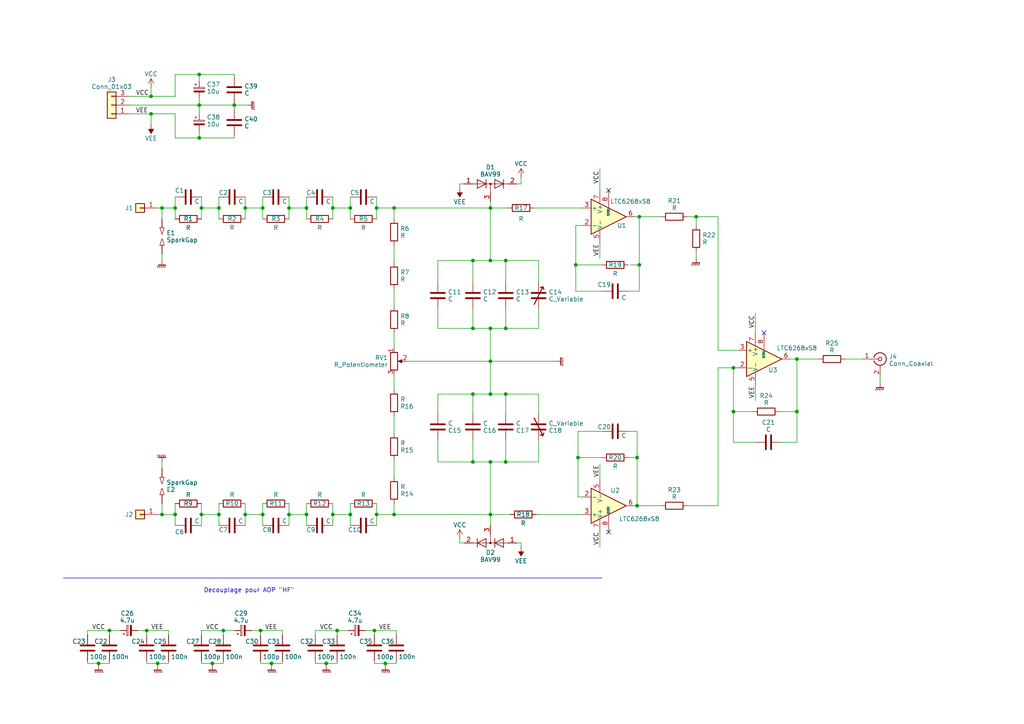
<source format=kicad_sch>
(kicad_sch (version 20230121) (generator eeschema)
  (paper "A4")
  (lib_symbols
    (symbol "Amplifier_Operational:LTC6268xS8-10" (pin_names (offset 0.127))
      (property "Reference" "U" (at 3.81 10.795 0))
      (property "Value" "LTC6268xS8-10" (at 0 13.335 0))
      (symbol "LTC6268xS8-10_1_1"
        (polyline (pts (xy -5.08 5.08) (xy -5.08 -5.08) (xy 5.08 0) (xy -5.08 5.08)) (stroke (width 0.254)) (fill (type background)))
        (pin no_connect line (at 0 -2.54 90) (length 5.08) hide (name "NC") (number "1"))
        (pin input line (at -7.62 -2.54 0) (length 2.54) (name "-") (number "2"))
        (pin input line (at -7.62 2.54 0) (length 2.54) (name "+") (number "3"))
        (pin no_connect line (at 0 -2.54 90) (length 5.08) hide (name "NC") (number "4"))
        (pin power_in line (at -2.54 -7.62 90) (length 3.81) (name "V-") (number "5"))
        (pin output line (at 7.62 0 180) (length 2.54) (name "~") (number "6"))
        (pin power_in line (at -2.54 7.62 270) (length 3.81) (name "V+") (number "7"))
        (pin input line (at 0 7.62 270) (length 5.08) (name "~{SHDN}") (number "8"))
      )
    )
    (symbol "Connector:Conn_Coaxial" (pin_names (offset 1.016) hide)
      (property "Reference" "J" (at 0.254 3.048 0))
      (property "Value" "Conn_Coaxial" (at 2.921 0 90))
      (symbol "Conn_Coaxial_0_1"
        (arc (start -1.778 -0.508) (mid 0.2311 -1.8066) (end 1.778 0) (stroke (width 0.254)))
        (polyline (pts (xy -2.54 0) (xy -0.508 0)))
        (polyline (pts (xy 0 -2.54) (xy 0 -1.778)))
        (circle (center 0 0) (radius 0.508) (stroke (width 0.2032)))
        (arc (start 1.778 0) (mid 0.2099 1.8101) (end -1.778 0.508) (stroke (width 0.254)))
      )
      (symbol "Conn_Coaxial_1_1"
        (pin passive line (at -5.08 0 0) (length 2.54) (name "In") (number "1"))
        (pin passive line (at 0 -5.08 90) (length 2.54) (name "Ext") (number "2"))
      )
    )
    (symbol "Connector_Generic:Conn_01x01" (pin_names (offset 1.016) hide)
      (property "Reference" "J" (at 0 2.54 0))
      (property "Value" "Conn_01x01" (at 0 -2.54 0))
      (symbol "Conn_01x01_1_1"
        (rectangle (start -1.27 0.127) (end 0 -0.127) (stroke (width 0.1524)))
        (rectangle (start -1.27 1.27) (end 1.27 -1.27) (stroke (width 0.254)) (fill (type background)))
        (pin passive line (at -5.08 0 0) (length 3.81) (name "Pin_1") (number "1"))
      )
    )
    (symbol "Connector_Generic:Conn_01x03" (pin_names (offset 1.016) hide)
      (property "Reference" "J" (at 0 5.08 0))
      (property "Value" "Conn_01x03" (at 0 -5.08 0))
      (symbol "Conn_01x03_1_1"
        (rectangle (start -1.27 -2.413) (end 0 -2.667) (stroke (width 0.1524)))
        (rectangle (start -1.27 0.127) (end 0 -0.127) (stroke (width 0.1524)))
        (rectangle (start -1.27 2.667) (end 0 2.413) (stroke (width 0.1524)))
        (rectangle (start -1.27 3.81) (end 1.27 -3.81) (stroke (width 0.254)) (fill (type background)))
        (pin passive line (at -5.08 2.54 0) (length 3.81) (name "Pin_1") (number "1"))
        (pin passive line (at -5.08 0 0) (length 3.81) (name "Pin_2") (number "2"))
        (pin passive line (at -5.08 -2.54 0) (length 3.81) (name "Pin_3") (number "3"))
      )
    )
    (symbol "Device:C" (pin_numbers hide) (pin_names (offset 0.254))
      (property "Reference" "C" (at 0.635 2.54 0))
      (property "Value" "C" (at 0.635 -2.54 0))
      (symbol "C_0_1"
        (polyline (pts (xy -2.032 -0.762) (xy 2.032 -0.762)) (stroke (width 0.508)))
        (polyline (pts (xy -2.032 0.762) (xy 2.032 0.762)) (stroke (width 0.508)))
      )
      (symbol "C_1_1"
        (pin passive line (at 0 3.81 270) (length 2.794) (name "~") (number "1"))
        (pin passive line (at 0 -3.81 90) (length 2.794) (name "~") (number "2"))
      )
    )
    (symbol "Device:C_Polarized_Small" (pin_numbers hide) (pin_names (offset 0.254) hide)
      (property "Reference" "C" (at 0.254 1.778 0))
      (property "Value" "C_Polarized_Small" (at 0.254 -2.032 0))
      (symbol "C_Polarized_Small_0_1"
        (rectangle (start -1.524 -0.3048) (end 1.524 -0.6858) (fill (type outline)))
        (rectangle (start -1.524 0.6858) (end 1.524 0.3048))
        (polyline (pts (xy -1.27 1.524) (xy -0.762 1.524)))
        (polyline (pts (xy -1.016 1.27) (xy -1.016 1.778)))
      )
      (symbol "C_Polarized_Small_1_1"
        (pin passive line (at 0 2.54 270) (length 1.8542) (name "~") (number "1"))
        (pin passive line (at 0 -2.54 90) (length 1.8542) (name "~") (number "2"))
      )
    )
    (symbol "Device:C_Variable" (pin_numbers hide) (pin_names (offset 0.254) hide)
      (property "Reference" "C" (at 0.635 -1.905 0))
      (property "Value" "C_Variable" (at 0.635 -3.81 0))
      (symbol "C_Variable_0_1"
        (polyline (pts (xy -2.032 -0.762) (xy 2.032 -0.762)) (stroke (width 0.508)))
        (polyline (pts (xy -2.032 0.762) (xy 2.032 0.762)) (stroke (width 0.508)))
        (polyline (pts (xy 1.27 2.54) (xy -1.27 -2.54)) (stroke (width 0.3048)))
        (polyline (pts (xy 1.27 2.54) (xy 0.508 2.286)) (stroke (width 0.3048)))
        (polyline (pts (xy 1.27 2.54) (xy 1.524 1.778)) (stroke (width 0.3048)))
      )
      (symbol "C_Variable_1_1"
        (pin passive line (at 0 3.81 270) (length 3.048) (name "~") (number "1"))
        (pin passive line (at 0 -3.81 90) (length 3.048) (name "~") (number "2"))
      )
    )
    (symbol "Device:R" (pin_numbers hide) (pin_names (offset 0))
      (property "Reference" "R" (at 2.032 0 90))
      (property "Value" "R" (at 0 0 90))
      (symbol "R_0_1"
        (rectangle (start -1.016 -2.54) (end 1.016 2.54) (stroke (width 0.254)))
      )
      (symbol "R_1_1"
        (pin passive line (at 0 3.81 270) (length 1.27) (name "~") (number "1"))
        (pin passive line (at 0 -3.81 90) (length 1.27) (name "~") (number "2"))
      )
    )
    (symbol "Device:R_Potentiometer" (pin_names (offset 1.016) hide)
      (property "Reference" "RV" (at -4.445 0 90))
      (property "Value" "R_Potentiometer" (at -2.54 0 90))
      (symbol "R_Potentiometer_0_1"
        (polyline (pts (xy 2.54 0) (xy 1.524 0)))
        (polyline (pts (xy 1.143 0) (xy 2.286 0.508) (xy 2.286 -0.508) (xy 1.143 0)) (fill (type outline)))
        (rectangle (start 1.016 2.54) (end -1.016 -2.54) (stroke (width 0.254)))
      )
      (symbol "R_Potentiometer_1_1"
        (pin passive line (at 0 3.81 270) (length 1.27) (name "1") (number "1"))
        (pin passive line (at 3.81 0 180) (length 1.27) (name "2") (number "2"))
        (pin passive line (at 0 -3.81 90) (length 1.27) (name "3") (number "3"))
      )
    )
    (symbol "Device:SparkGap" (pin_numbers hide) (pin_names (offset 0))
      (property "Reference" "E" (at 0 2.032 0))
      (property "Value" "SparkGap" (at 0 -1.905 0))
      (symbol "SparkGap_0_1"
        (polyline (pts (xy -2.54 0.635) (xy -2.54 -0.635) (xy -0.635 0) (xy -2.54 0.635)))
        (polyline (pts (xy 2.54 0.635) (xy 2.54 -0.635) (xy 0.635 0) (xy 2.54 0.635)))
      )
      (symbol "SparkGap_1_1"
        (pin passive line (at -5.08 0 0) (length 2.54) (name "~") (number "1"))
        (pin passive line (at 5.08 0 180) (length 2.54) (name "~") (number "2"))
      )
    )
    (symbol "Diode:BAV99" (pin_names hide)
      (property "Reference" "D" (at 0 5.08 0))
      (property "Value" "BAV99" (at 0 2.54 0))
      (symbol "BAV99_0_1"
        (polyline (pts (xy -5.08 0) (xy 5.08 0)))
      )
      (symbol "BAV99_1_1"
        (polyline (pts (xy 0 0) (xy 0 -2.54)))
        (polyline (pts (xy -1.27 -1.27) (xy -1.27 1.27) (xy -1.27 1.27)) (stroke (width 0.2032)))
        (polyline (pts (xy 3.81 1.27) (xy 3.81 -1.27) (xy 3.81 -1.27)) (stroke (width 0.2032)))
        (polyline (pts (xy -3.81 1.27) (xy -1.27 0) (xy -3.81 -1.27) (xy -3.81 1.27) (xy -3.81 1.27) (xy -3.81 1.27)) (stroke (width 0.2032)))
        (polyline (pts (xy 1.27 1.27) (xy 3.81 0) (xy 1.27 -1.27) (xy 1.27 1.27) (xy 1.27 1.27) (xy 1.27 1.27)) (stroke (width 0.2032)))
        (circle (center 0 0) (radius 0.254) (fill (type outline)))
        (pin passive line (at -7.62 0 0) (length 2.54) (name "K") (number "1"))
        (pin passive line (at 7.62 0 180) (length 2.54) (name "A") (number "2"))
        (pin passive line (at 0 -5.08 90) (length 2.54) (name "K") (number "3"))
      )
    )
    (symbol "power:GNDPWR" (power) (pin_names (offset 0))
      (property "Value" "GNDPWR" (at 0 -3.302 0))
      (symbol "GNDPWR_0_1"
        (polyline (pts (xy 0 -1.27) (xy 0 0)))
        (polyline (pts (xy -1.016 -1.27) (xy -1.27 -2.032) (xy -1.27 -2.032)) (stroke (width 0.2032)))
        (polyline (pts (xy -0.508 -1.27) (xy -0.762 -2.032) (xy -0.762 -2.032)) (stroke (width 0.2032)))
        (polyline (pts (xy 0 -1.27) (xy -0.254 -2.032) (xy -0.254 -2.032)) (stroke (width 0.2032)))
        (polyline (pts (xy 0.508 -1.27) (xy 0.254 -2.032) (xy 0.254 -2.032)) (stroke (width 0.2032)))
        (polyline (pts (xy 1.016 -1.27) (xy -1.016 -1.27) (xy -1.016 -1.27)) (stroke (width 0.2032)))
        (polyline (pts (xy 1.016 -1.27) (xy 0.762 -2.032) (xy 0.762 -2.032) (xy 0.762 -2.032)) (stroke (width 0.2032)))
      )
      (symbol "GNDPWR_1_1"
        (pin power_in line (at 0 0 270) (length 0) hide (name "GNDPWR") (number "1"))
      )
    )
    (symbol "power:VCC" (power) (pin_names (offset 0))
      (property "Value" "VCC" (at 0 3.81 0))
      (symbol "VCC_0_1"
        (polyline (pts (xy -0.762 1.27) (xy 0 2.54)))
        (polyline (pts (xy 0 0) (xy 0 2.54)))
        (polyline (pts (xy 0 2.54) (xy 0.762 1.27)))
      )
      (symbol "VCC_1_1"
        (pin power_in line (at 0 0 90) (length 0) hide (name "VCC") (number "1"))
      )
    )
    (symbol "power:VEE" (power) (pin_names (offset 0))
      (property "Value" "VEE" (at 0 3.81 0))
      (symbol "VEE_0_1"
        (polyline (pts (xy 0 0) (xy 0 2.54)))
        (polyline (pts (xy 0.762 1.27) (xy -0.762 1.27) (xy 0 2.54) (xy 0.762 1.27)) (fill (type outline)))
      )
      (symbol "VEE_1_1"
        (pin power_in line (at 0 0 90) (length 0) hide (name "VEE") (number "1"))
      )
    )
  )
  (junction (at 43.815 33.02))
  (junction (at 201.93 62.865))
  (junction (at 96.52 60.325))
  (junction (at 58.42 60.325))
  (junction (at 96.52 149.225))
  (junction (at 71.12 60.325))
  (junction (at 184.785 146.685))
  (junction (at 101.6 60.325))
  (junction (at 146.685 95.25))
  (junction (at 142.24 104.775))
  (junction (at 50.8 60.325))
  (junction (at 67.945 30.48))
  (junction (at 78.74 192.405))
  (junction (at 137.16 114.3))
  (junction (at 50.8 149.225))
  (junction (at 76.2 60.325))
  (junction (at 142.24 95.25))
  (junction (at 142.24 114.3))
  (junction (at 231.14 119.38))
  (junction (at 94.615 192.405))
  (junction (at 231.14 104.14))
  (junction (at 167.64 132.715))
  (junction (at 146.685 75.565))
  (junction (at 111.76 192.405))
  (junction (at 101.6 149.225))
  (junction (at 146.685 133.985))
  (junction (at 114.3 149.225))
  (junction (at 137.16 75.565))
  (junction (at 63.5 149.225))
  (junction (at 61.595 192.405))
  (junction (at 83.82 60.325))
  (junction (at 146.685 114.3))
  (junction (at 57.785 21.59))
  (junction (at 212.725 119.38))
  (junction (at 109.22 60.325))
  (junction (at 137.16 95.25))
  (junction (at 142.24 133.985))
  (junction (at 71.12 149.225))
  (junction (at 167.005 76.835))
  (junction (at 31.75 182.88))
  (junction (at 142.24 149.225))
  (junction (at 46.99 149.225))
  (junction (at 57.785 30.48))
  (junction (at 57.785 40.005))
  (junction (at 58.42 149.225))
  (junction (at 142.24 75.565))
  (junction (at 45.72 192.405))
  (junction (at 83.82 149.225))
  (junction (at 76.2 149.225))
  (junction (at 64.77 182.88))
  (junction (at 88.9 149.225))
  (junction (at 137.16 133.985))
  (junction (at 142.24 60.325))
  (junction (at 42.545 182.88))
  (junction (at 212.725 106.68))
  (junction (at 185.42 76.835))
  (junction (at 63.5 60.325))
  (junction (at 184.785 132.715))
  (junction (at 75.565 182.88))
  (junction (at 185.42 62.865))
  (junction (at 28.575 192.405))
  (junction (at 114.3 60.325))
  (junction (at 46.99 60.325))
  (junction (at 109.22 149.225))
  (junction (at 43.815 27.94))
  (junction (at 97.79 182.88))
  (junction (at 88.9 60.325))
  (junction (at 108.585 182.88))
  (no_connect (at 176.53 55.245))
  (no_connect (at 221.615 96.52))
  (no_connect (at 176.53 154.305))
  (wire (pts (xy 155.575 149.225) (xy 168.91 149.225)))
  (wire (pts (xy 76.2 60.325) (xy 76.2 63.5)))
  (wire (pts (xy 43.815 33.02) (xy 43.815 36.195)))
  (wire (pts (xy 48.895 191.77) (xy 48.895 192.405)))
  (wire (pts (xy 46.99 73.66) (xy 46.99 75.565)))
  (wire (pts (xy 46.99 149.225) (xy 50.8 149.225)))
  (wire (pts (xy 71.12 152.4) (xy 71.12 149.225)))
  (wire (pts (xy 167.005 84.455) (xy 167.005 76.835)))
  (wire (pts (xy 134.62 53.34) (xy 133.35 53.34)))
  (wire (pts (xy 167.64 132.715) (xy 174.625 132.715)))
  (wire (pts (xy 167.64 125.095) (xy 167.64 132.715)))
  (wire (pts (xy 151.13 157.48) (xy 151.13 158.75)))
  (wire (pts (xy 28.575 192.405) (xy 25.4 192.405)))
  (wire (pts (xy 58.42 60.325) (xy 63.5 60.325)))
  (wire (pts (xy 83.82 149.225) (xy 88.9 149.225)))
  (wire (pts (xy 96.52 149.225) (xy 96.52 146.05)))
  (wire (pts (xy 97.79 182.88) (xy 97.79 184.15)))
  (wire (pts (xy 83.82 152.4) (xy 83.82 149.225)))
  (wire (pts (xy 137.16 75.565) (xy 137.16 81.915)))
  (wire (pts (xy 42.545 192.405) (xy 45.72 192.405)))
  (wire (pts (xy 114.3 149.225) (xy 142.24 149.225)))
  (wire (pts (xy 154.94 60.325) (xy 168.91 60.325)))
  (wire (pts (xy 42.545 184.15) (xy 42.545 182.88)))
  (wire (pts (xy 114.3 146.05) (xy 114.3 149.225)))
  (wire (pts (xy 156.21 95.25) (xy 156.21 89.535)))
  (wire (pts (xy 127 89.535) (xy 127 95.25)))
  (wire (pts (xy 58.42 182.88) (xy 64.77 182.88)))
  (wire (pts (xy 108.585 191.77) (xy 108.585 192.405)))
  (wire (pts (xy 61.595 192.405) (xy 61.595 193.04)))
  (wire (pts (xy 114.3 138.43) (xy 114.3 133.35)))
  (wire (pts (xy 101.6 152.4) (xy 101.6 149.225)))
  (wire (pts (xy 109.22 152.4) (xy 109.22 149.225)))
  (wire (pts (xy 48.895 182.88) (xy 48.895 184.15)))
  (wire (pts (xy 156.21 114.3) (xy 156.21 120.015)))
  (wire (pts (xy 208.28 62.865) (xy 208.28 101.6)))
  (wire (pts (xy 182.88 76.835) (xy 185.42 76.835)))
  (wire (pts (xy 91.44 184.15) (xy 91.44 182.88)))
  (wire (pts (xy 58.42 149.225) (xy 63.5 149.225)))
  (wire (pts (xy 25.4 182.88) (xy 31.75 182.88)))
  (wire (pts (xy 151.13 51.435) (xy 151.13 53.34)))
  (wire (pts (xy 201.93 62.865) (xy 201.93 65.405)))
  (wire (pts (xy 97.79 182.88) (xy 100.965 182.88)))
  (wire (pts (xy 91.44 182.88) (xy 97.79 182.88)))
  (wire (pts (xy 58.42 192.405) (xy 58.42 191.77)))
  (wire (pts (xy 109.22 57.15) (xy 109.22 60.325)))
  (wire (pts (xy 28.575 192.405) (xy 28.575 193.04)))
  (wire (pts (xy 37.465 33.02) (xy 43.815 33.02)))
  (wire (pts (xy 63.5 60.325) (xy 63.5 63.5)))
  (wire (pts (xy 50.8 33.02) (xy 50.8 40.005)))
  (wire (pts (xy 97.79 192.405) (xy 94.615 192.405)))
  (wire (pts (xy 114.3 149.225) (xy 109.22 149.225)))
  (wire (pts (xy 127 81.915) (xy 127 75.565)))
  (wire (pts (xy 31.75 192.405) (xy 28.575 192.405)))
  (wire (pts (xy 142.24 149.225) (xy 142.24 152.4)))
  (wire (pts (xy 64.77 192.405) (xy 61.595 192.405)))
  (wire (pts (xy 45.72 192.405) (xy 45.72 193.04)))
  (wire (pts (xy 114.3 108.585) (xy 114.3 113.03)))
  (wire (pts (xy 83.82 149.225) (xy 83.82 146.05)))
  (wire (pts (xy 96.52 60.325) (xy 101.6 60.325)))
  (wire (pts (xy 167.64 144.145) (xy 168.91 144.145)))
  (wire (pts (xy 231.14 119.38) (xy 231.14 128.27)))
  (wire (pts (xy 133.35 157.48) (xy 134.62 157.48)))
  (wire (pts (xy 142.24 95.25) (xy 142.24 104.775)))
  (wire (pts (xy 75.565 182.88) (xy 81.915 182.88)))
  (wire (pts (xy 182.245 125.095) (xy 184.785 125.095)))
  (wire (pts (xy 182.245 132.715) (xy 184.785 132.715)))
  (wire (pts (xy 213.995 106.68) (xy 212.725 106.68)))
  (wire (pts (xy 81.915 191.77) (xy 81.915 192.405)))
  (wire (pts (xy 76.2 149.225) (xy 76.2 146.05)))
  (wire (pts (xy 127 133.985) (xy 137.16 133.985)))
  (wire (pts (xy 109.22 149.225) (xy 109.22 146.05)))
  (wire (pts (xy 137.16 89.535) (xy 137.16 95.25)))
  (wire (pts (xy 76.2 57.15) (xy 76.2 60.325)))
  (wire (pts (xy 142.24 104.775) (xy 142.24 114.3)))
  (wire (pts (xy 142.24 60.325) (xy 147.32 60.325)))
  (wire (pts (xy 212.725 119.38) (xy 218.44 119.38)))
  (wire (pts (xy 63.5 57.15) (xy 63.5 60.325)))
  (wire (pts (xy 57.785 21.59) (xy 57.785 23.495)))
  (wire (pts (xy 201.93 73.025) (xy 201.93 74.93)))
  (wire (pts (xy 127 114.3) (xy 137.16 114.3)))
  (wire (pts (xy 146.685 133.985) (xy 146.685 127.635)))
  (wire (pts (xy 156.21 75.565) (xy 156.21 81.915)))
  (wire (pts (xy 146.685 75.565) (xy 156.21 75.565)))
  (wire (pts (xy 133.35 156.21) (xy 133.35 157.48)))
  (wire (pts (xy 108.585 182.88) (xy 114.935 182.88)))
  (wire (pts (xy 184.785 146.685) (xy 184.15 146.685)))
  (wire (pts (xy 167.005 76.835) (xy 167.005 65.405)))
  (wire (pts (xy 114.3 125.73) (xy 114.3 120.65)))
  (wire (pts (xy 67.945 30.48) (xy 67.945 31.75)))
  (wire (pts (xy 57.785 40.005) (xy 67.945 40.005)))
  (wire (pts (xy 142.24 104.775) (xy 161.29 104.775)))
  (wire (pts (xy 173.99 134.62) (xy 173.99 139.065)))
  (wire (pts (xy 71.12 149.225) (xy 71.12 146.05)))
  (wire (pts (xy 75.565 191.77) (xy 75.565 192.405)))
  (wire (pts (xy 25.4 192.405) (xy 25.4 191.77)))
  (wire (pts (xy 146.685 89.535) (xy 146.685 95.25)))
  (wire (pts (xy 212.725 128.27) (xy 219.075 128.27)))
  (wire (pts (xy 185.42 76.835) (xy 185.42 84.455)))
  (wire (pts (xy 184.785 146.685) (xy 191.77 146.685)))
  (wire (pts (xy 219.075 111.76) (xy 219.075 116.205)))
  (wire (pts (xy 40.005 182.88) (xy 42.545 182.88)))
  (wire (pts (xy 106.045 182.88) (xy 108.585 182.88)))
  (wire (pts (xy 142.24 114.3) (xy 146.685 114.3)))
  (wire (pts (xy 57.785 30.48) (xy 57.785 33.02)))
  (wire (pts (xy 91.44 192.405) (xy 91.44 191.77)))
  (wire (pts (xy 50.8 40.005) (xy 57.785 40.005)))
  (wire (pts (xy 83.82 60.325) (xy 83.82 63.5)))
  (wire (pts (xy 201.93 62.865) (xy 208.28 62.865)))
  (wire (pts (xy 64.77 191.77) (xy 64.77 192.405)))
  (wire (pts (xy 63.5 149.225) (xy 63.5 146.05)))
  (wire (pts (xy 185.42 62.865) (xy 191.77 62.865)))
  (wire (pts (xy 208.28 101.6) (xy 213.995 101.6)))
  (wire (pts (xy 83.82 60.325) (xy 88.9 60.325)))
  (wire (pts (xy 94.615 192.405) (xy 94.615 193.04)))
  (wire (pts (xy 146.685 120.015) (xy 146.685 114.3)))
  (wire (pts (xy 46.99 60.325) (xy 46.99 63.5)))
  (wire (pts (xy 57.785 38.1) (xy 57.785 40.005)))
  (wire (pts (xy 184.785 132.715) (xy 184.785 146.685)))
  (wire (pts (xy 96.52 152.4) (xy 96.52 149.225)))
  (wire (pts (xy 83.82 57.15) (xy 83.82 60.325)))
  (wire (pts (xy 231.14 104.14) (xy 231.14 119.38)))
  (wire (pts (xy 146.685 95.25) (xy 156.21 95.25)))
  (wire (pts (xy 184.785 125.095) (xy 184.785 132.715)))
  (wire (pts (xy 212.725 119.38) (xy 212.725 128.27)))
  (wire (pts (xy 88.9 60.325) (xy 88.9 63.5)))
  (wire (pts (xy 114.3 83.82) (xy 114.3 88.9)))
  (wire (pts (xy 174.625 84.455) (xy 167.005 84.455)))
  (wire (pts (xy 137.16 133.985) (xy 137.16 127.635)))
  (wire (pts (xy 46.99 60.325) (xy 50.8 60.325)))
  (wire (pts (xy 67.945 40.005) (xy 67.945 39.37)))
  (wire (pts (xy 137.16 114.3) (xy 142.24 114.3)))
  (wire (pts (xy 173.99 48.895) (xy 173.99 55.245)))
  (wire (pts (xy 76.2 152.4) (xy 76.2 149.225)))
  (wire (pts (xy 45.72 192.405) (xy 48.895 192.405)))
  (wire (pts (xy 63.5 152.4) (xy 63.5 149.225)))
  (wire (pts (xy 58.42 149.225) (xy 58.42 146.05)))
  (wire (pts (xy 208.28 106.68) (xy 212.725 106.68)))
  (wire (pts (xy 67.945 21.59) (xy 67.945 22.225)))
  (wire (pts (xy 71.12 57.15) (xy 71.12 60.325)))
  (wire (pts (xy 37.465 30.48) (xy 57.785 30.48)))
  (wire (pts (xy 229.235 104.14) (xy 231.14 104.14)))
  (wire (pts (xy 137.16 133.985) (xy 142.24 133.985)))
  (wire (pts (xy 173.99 70.485) (xy 173.99 74.93)))
  (wire (pts (xy 31.75 191.77) (xy 31.75 192.405)))
  (wire (pts (xy 88.9 57.15) (xy 88.9 60.325)))
  (wire (pts (xy 146.685 75.565) (xy 146.685 81.915)))
  (wire (pts (xy 37.465 27.94) (xy 43.815 27.94)))
  (wire (pts (xy 108.585 192.405) (xy 111.76 192.405)))
  (wire (pts (xy 174.625 76.835) (xy 167.005 76.835)))
  (wire (pts (xy 146.685 114.3) (xy 156.21 114.3)))
  (wire (pts (xy 50.8 149.225) (xy 50.8 146.05)))
  (wire (pts (xy 50.8 57.15) (xy 50.8 60.325)))
  (wire (pts (xy 64.77 182.88) (xy 64.77 184.15)))
  (wire (pts (xy 57.785 30.48) (xy 67.945 30.48)))
  (wire (pts (xy 75.565 184.15) (xy 75.565 182.88)))
  (wire (pts (xy 31.75 182.88) (xy 31.75 184.15)))
  (wire (pts (xy 127 127.635) (xy 127 133.985)))
  (wire (pts (xy 101.6 149.225) (xy 101.6 146.05)))
  (wire (pts (xy 43.815 25.4) (xy 43.815 27.94)))
  (wire (pts (xy 199.39 62.865) (xy 201.93 62.865)))
  (wire (pts (xy 64.77 182.88) (xy 67.945 182.88)))
  (wire (pts (xy 58.42 57.15) (xy 58.42 60.325)))
  (wire (pts (xy 167.005 65.405) (xy 168.91 65.405)))
  (wire (pts (xy 149.86 53.34) (xy 151.13 53.34)))
  (wire (pts (xy 137.16 75.565) (xy 142.24 75.565)))
  (wire (pts (xy 149.86 157.48) (xy 151.13 157.48)))
  (wire (pts (xy 156.21 133.985) (xy 156.21 127.635)))
  (wire (pts (xy 226.06 119.38) (xy 231.14 119.38)))
  (wire (pts (xy 73.025 182.88) (xy 75.565 182.88)))
  (wire (pts (xy 142.24 133.985) (xy 146.685 133.985)))
  (wire (pts (xy 245.11 104.14) (xy 250.19 104.14)))
  (wire (pts (xy 75.565 192.405) (xy 78.74 192.405)))
  (wire (pts (xy 118.11 104.775) (xy 142.24 104.775)))
  (wire (pts (xy 174.625 125.095) (xy 167.64 125.095)))
  (wire (pts (xy 114.3 63.5) (xy 114.3 60.325)))
  (wire (pts (xy 173.99 154.305) (xy 173.99 158.75)))
  (wire (pts (xy 142.24 58.42) (xy 142.24 60.325)))
  (wire (pts (xy 167.64 132.715) (xy 167.64 144.145)))
  (wire (pts (xy 50.8 27.94) (xy 50.8 21.59)))
  (wire (pts (xy 114.3 71.12) (xy 114.3 76.2)))
  (wire (pts (xy 127 95.25) (xy 137.16 95.25)))
  (wire (pts (xy 50.8 60.325) (xy 50.8 63.5)))
  (wire (pts (xy 142.24 60.325) (xy 142.24 75.565)))
  (wire (pts (xy 114.3 60.325) (xy 109.22 60.325)))
  (wire (pts (xy 114.935 182.88) (xy 114.935 184.15)))
  (wire (pts (xy 142.24 75.565) (xy 146.685 75.565)))
  (wire (pts (xy 199.39 146.685) (xy 208.28 146.685)))
  (wire (pts (xy 184.15 62.865) (xy 185.42 62.865)))
  (wire (pts (xy 43.815 33.02) (xy 50.8 33.02)))
  (wire (pts (xy 50.8 152.4) (xy 50.8 149.225)))
  (wire (pts (xy 71.12 60.325) (xy 71.12 63.5)))
  (wire (pts (xy 109.22 60.325) (xy 109.22 63.5)))
  (wire (pts (xy 57.785 21.59) (xy 67.945 21.59)))
  (wire (pts (xy 43.815 27.94) (xy 50.8 27.94)))
  (wire (pts (xy 185.42 84.455) (xy 182.245 84.455)))
  (wire (pts (xy 67.945 30.48) (xy 71.755 30.48)))
  (wire (pts (xy 78.74 192.405) (xy 81.915 192.405)))
  (wire (pts (xy 78.74 192.405) (xy 78.74 193.04)))
  (wire (pts (xy 96.52 60.325) (xy 96.52 63.5)))
  (wire (pts (xy 25.4 184.15) (xy 25.4 182.88)))
  (wire (pts (xy 111.76 192.405) (xy 114.935 192.405)))
  (wire (pts (xy 45.72 149.225) (xy 46.99 149.225)))
  (wire (pts (xy 114.3 60.325) (xy 142.24 60.325)))
  (wire (pts (xy 114.3 96.52) (xy 114.3 100.965)))
  (wire (pts (xy 31.75 182.88) (xy 34.925 182.88)))
  (wire (pts (xy 127 75.565) (xy 137.16 75.565)))
  (wire (pts (xy 231.14 104.14) (xy 237.49 104.14)))
  (wire (pts (xy 42.545 191.77) (xy 42.545 192.405)))
  (wire (pts (xy 46.99 135.89) (xy 46.99 133.985)))
  (wire (pts (xy 111.76 192.405) (xy 111.76 193.04)))
  (wire (pts (xy 81.915 182.88) (xy 81.915 184.15)))
  (wire (pts (xy 94.615 192.405) (xy 91.44 192.405)))
  (wire (pts (xy 101.6 60.325) (xy 101.6 63.5)))
  (wire (pts (xy 146.685 133.985) (xy 156.21 133.985)))
  (wire (pts (xy 88.9 152.4) (xy 88.9 149.225)))
  (polyline (pts (xy 18.415 167.64) (xy 174.625 167.64)))
  (wire (pts (xy 67.945 29.845) (xy 67.945 30.48)))
  (wire (pts (xy 42.545 182.88) (xy 48.895 182.88)))
  (wire (pts (xy 127 120.015) (xy 127 114.3)))
  (wire (pts (xy 114.935 191.77) (xy 114.935 192.405)))
  (wire (pts (xy 212.725 106.68) (xy 212.725 119.38)))
  (wire (pts (xy 137.16 120.015) (xy 137.16 114.3)))
  (wire (pts (xy 96.52 57.15) (xy 96.52 60.325)))
  (wire (pts (xy 133.35 53.34) (xy 133.35 54.61)))
  (wire (pts (xy 231.14 128.27) (xy 226.695 128.27)))
  (wire (pts (xy 58.42 184.15) (xy 58.42 182.88)))
  (wire (pts (xy 45.72 60.325) (xy 46.99 60.325)))
  (wire (pts (xy 57.785 28.575) (xy 57.785 30.48)))
  (wire (pts (xy 208.28 106.68) (xy 208.28 146.685)))
  (wire (pts (xy 50.8 21.59) (xy 57.785 21.59)))
  (wire (pts (xy 147.955 149.225) (xy 142.24 149.225)))
  (wire (pts (xy 88.9 149.225) (xy 88.9 146.05)))
  (wire (pts (xy 255.27 109.22) (xy 255.27 111.125)))
  (wire (pts (xy 46.99 149.225) (xy 46.99 146.05)))
  (wire (pts (xy 61.595 192.405) (xy 58.42 192.405)))
  (wire (pts (xy 58.42 152.4) (xy 58.42 149.225)))
  (wire (pts (xy 96.52 149.225) (xy 101.6 149.225)))
  (wire (pts (xy 101.6 57.15) (xy 101.6 60.325)))
  (wire (pts (xy 137.16 95.25) (xy 142.24 95.25)))
  (wire (pts (xy 71.12 149.225) (xy 76.2 149.225)))
  (wire (pts (xy 142.24 95.25) (xy 146.685 95.25)))
  (wire (pts (xy 71.12 60.325) (xy 76.2 60.325)))
  (wire (pts (xy 185.42 62.865) (xy 185.42 76.835)))
  (wire (pts (xy 142.24 133.985) (xy 142.24 149.225)))
  (wire (pts (xy 219.075 90.805) (xy 219.075 96.52)))
  (wire (pts (xy 97.79 191.77) (xy 97.79 192.405)))
  (wire (pts (xy 58.42 60.325) (xy 58.42 63.5)))
  (wire (pts (xy 108.585 184.15) (xy 108.585 182.88)))
  (text "Decouplage pour AOP \"HF\"" (at 59.055 172.085 0) (effects (font (size 1.27 1.27)) (justify left bottom)))
  (label "VCC" (at 26.67 182.88 0))
  (label "VEE" (at 39.37 33.02 0))
  (label "VCC" (at 39.37 27.94 0))
  (label "VEE" (at 219.075 115.57 90))
  (label "VEE" (at 76.835 182.88 0))
  (label "VCC" (at 219.075 95.25 90))
  (label "VCC" (at 173.99 158.115 90))
  (label "VEE" (at 173.99 138.43 90))
  (label "VCC" (at 59.69 182.88 0))
  (label "VCC" (at 173.99 53.34 90))
  (label "VCC" (at 92.71 182.88 0))
  (label "VEE" (at 43.815 182.88 0))
  (label "VEE" (at 109.855 182.88 0))
  (label "VEE" (at 173.99 74.295 90))
  (symbol (lib_id "Device:C") (at 91.44 187.96 0) (unit 1)
    (property "Reference" "C32" (at 86.995 186.055 0) (effects (justify left)))
    (property "Value" "100p" (at 92.075 190.5 0) (effects (justify left)))
  )
  (symbol (lib_id "Device:C") (at 31.75 187.96 0) (unit 1)
    (property "Reference" "C22" (at 27.305 186.055 0) (effects (justify left)))
    (property "Value" "100n" (at 32.385 190.5 0) (effects (justify left)))
  )
  (symbol (lib_id "Device:C") (at 25.4 187.96 0) (unit 1)
    (property "Reference" "C23" (at 20.955 186.055 0) (effects (justify left)))
    (property "Value" "100p" (at 26.035 190.5 0) (effects (justify left)))
  )
  (symbol (lib_id "Device:R") (at 151.13 60.325 90) (unit 1)
    (property "Reference" "R17" (at 151.13 60.325 90))
    (property "Value" "R" (at 151.13 63.5 90))
  )
  (symbol (lib_id "Device:C_Variable") (at 156.21 85.725 0) (unit 1)
    (property "Reference" "C14" (at 159.131 84.701 0) (effects (justify left)))
    (property "Value" "C_Variable" (at 159.131 86.749 0) (effects (justify left)))
  )
  (symbol (lib_id "power:GNDPWR") (at 45.72 193.04 0) (mirror y) (unit 1)
    (property "Reference" "#PWR014" (effects hide))
    (property "Value" "GNDPWR" (effects hide))
  )
  (symbol (lib_id "Device:C_Polarized_Small") (at 37.465 182.88 90) (unit 1)
    (property "Reference" "C26" (at 36.9189 177.903 90))
    (property "Value" "4.7u" (at 36.9189 179.951 90))
  )
  (symbol (lib_id "Device:C") (at 108.585 187.96 0) (unit 1)
    (property "Reference" "C35" (at 104.14 186.055 0) (effects (justify left)))
    (property "Value" "100p" (at 109.22 190.5 0) (effects (justify left)))
  )
  (symbol (lib_id "Device:R") (at 54.61 146.05 90) (mirror x) (unit 1)
    (property "Reference" "R9" (at 54.61 146.05 90))
    (property "Value" "R" (at 54.61 143.51 90))
  )
  (symbol (lib_id "Device:R") (at 67.31 63.5 90) (unit 1)
    (property "Reference" "R2" (at 67.31 63.5 90))
    (property "Value" "R" (at 67.31 66.04 90))
  )
  (symbol (lib_id "Device:R") (at 195.58 146.685 90) (unit 1)
    (property "Reference" "R23" (at 195.58 142.089 90))
    (property "Value" "R" (at 195.58 144.137 90))
  )
  (symbol (lib_id "Device:R") (at 178.435 132.715 90) (mirror x) (unit 1)
    (property "Reference" "R20" (at 178.435 132.715 90))
    (property "Value" "R" (at 178.435 135.255 90))
  )
  (symbol (lib_id "Device:C_Polarized_Small") (at 57.785 35.56 0) (unit 1)
    (property "Reference" "C38" (at 59.944 33.9899 0) (effects (justify left)))
    (property "Value" "10u" (at 59.944 36.0379 0) (effects (justify left)))
  )
  (symbol (lib_id "Device:C") (at 48.895 187.96 0) (unit 1)
    (property "Reference" "C25" (at 44.45 186.055 0) (effects (justify left)))
    (property "Value" "100n" (at 49.53 190.5 0) (effects (justify left)))
  )
  (symbol (lib_id "power:GNDPWR") (at 111.76 193.04 0) (mirror y) (unit 1)
    (property "Reference" "#PWR018" (effects hide))
    (property "Value" "GNDPWR" (effects hide))
  )
  (symbol (lib_id "power:GNDPWR") (at 46.99 133.985 0) (mirror x) (unit 1)
    (property "Reference" "#PWR02" (effects hide))
    (property "Value" "GNDPWR" (effects hide))
  )
  (symbol (lib_id "Device:R") (at 114.3 116.84 0) (mirror x) (unit 1)
    (property "Reference" "R16" (at 116.078 117.864 0) (effects (justify left)))
    (property "Value" "R" (at 116.078 115.816 0) (effects (justify left)))
  )
  (symbol (lib_id "Device:C") (at 222.885 128.27 90) (unit 1)
    (property "Reference" "C21" (at 222.885 122.531 90))
    (property "Value" "C" (at 222.885 124.579 90))
  )
  (symbol (lib_id "Device:C") (at 80.01 152.4 90) (mirror x) (unit 1)
    (property "Reference" "C8" (at 77.47 153.67 90))
    (property "Value" "C" (at 82.55 151.13 90))
  )
  (symbol (lib_id "Amplifier_Operational:LTC6268xS8-10") (at 221.615 104.14 0) (unit 1)
    (property "Reference" "U3" (at 224.155 107.315 0))
    (property "Value" "LTC6268xS8" (at 231.14 100.965 0))
    (property "Footprint" "Package_SO:SO-8_3.9x4.9mm_P1.27mm" (effects hide))
    (property "Datasheet" "https://www.analog.com/media/en/technical-documentation/data-sheets/626810f.pdf" (effects hide))
  )
  (symbol (lib_id "Device:R") (at 151.765 149.225 90) (unit 1)
    (property "Reference" "R18" (at 151.765 149.225 90))
    (property "Value" "R" (at 151.765 151.765 90))
  )
  (symbol (lib_id "Device:R") (at 114.3 80.01 0) (unit 1)
    (property "Reference" "R7" (at 116.078 78.986 0) (effects (justify left)))
    (property "Value" "R" (at 116.078 81.034 0) (effects (justify left)))
  )
  (symbol (lib_id "Device:R") (at 54.61 63.5 90) (unit 1)
    (property "Reference" "R1" (at 54.61 63.5 90))
    (property "Value" "R" (at 54.61 66.04 90))
  )
  (symbol (lib_id "Device:R") (at 67.31 146.05 90) (mirror x) (unit 1)
    (property "Reference" "R10" (at 67.31 146.05 90))
    (property "Value" "R" (at 67.31 143.51 90))
  )
  (symbol (lib_id "Device:C") (at 64.77 187.96 0) (unit 1)
    (property "Reference" "C28" (at 60.325 186.055 0) (effects (justify left)))
    (property "Value" "100n" (at 65.405 190.5 0) (effects (justify left)))
  )
  (symbol (lib_id "Device:R") (at 195.58 62.865 90) (unit 1)
    (property "Reference" "R21" (at 195.58 58.269 90))
    (property "Value" "R" (at 195.58 60.317 90))
  )
  (symbol (lib_id "Device:C") (at 80.01 57.15 90) (unit 1)
    (property "Reference" "C3" (at 77.47 55.88 90))
    (property "Value" "C" (at 82.55 58.42 90))
  )
  (symbol (lib_id "Device:C_Variable") (at 156.21 123.825 0) (mirror x) (unit 1)
    (property "Reference" "C18" (at 159.131 124.849 0) (effects (justify left)))
    (property "Value" "C_Variable" (at 159.131 122.801 0) (effects (justify left)))
  )
  (symbol (lib_id "Device:R") (at 241.3 104.14 90) (unit 1)
    (property "Reference" "R25" (at 241.3 99.544 90))
    (property "Value" "R" (at 241.3 101.592 90))
  )
  (symbol (lib_id "Connector_Generic:Conn_01x01") (at 40.64 60.325 180) (unit 1)
    (property "Reference" "J1" (at 37.465 60.325 0))
    (property "Value" "Conn_01x01" (effects hide))
  )
  (symbol (lib_id "Device:R") (at 92.71 63.5 90) (unit 1)
    (property "Reference" "R4" (at 92.71 63.5 90))
    (property "Value" "R" (at 92.71 66.04 90))
  )
  (symbol (lib_id "Diode:BAV99") (at 142.24 157.48 180) (unit 1)
    (property "Reference" "D2" (at 142.24 160.2566 0))
    (property "Value" "BAV99" (at 142.24 162.3046 0))
    (property "Footprint" "Package_TO_SOT_SMD:SOT-23" (effects hide))
    (property "Datasheet" "https://assets.nexperia.com/documents/data-sheet/BAV99_SER.pdf" (effects hide))
  )
  (symbol (lib_id "Device:C") (at 127 85.725 0) (unit 1)
    (property "Reference" "C11" (at 129.921 84.701 0) (effects (justify left)))
    (property "Value" "C" (at 129.921 86.749 0) (effects (justify left)))
  )
  (symbol (lib_id "Connector:Conn_Coaxial") (at 255.27 104.14 0) (unit 1)
    (property "Reference" "J4" (at 257.8101 103.4092 0) (effects (justify left)))
    (property "Value" "Conn_Coaxial" (at 257.8101 105.4572 0) (effects (justify left)))
    (property "Datasheet" " ~" (effects hide))
  )
  (symbol (lib_id "Amplifier_Operational:LTC6268xS8-10") (at 176.53 62.865 0) (unit 1)
    (property "Reference" "U1" (at 180.34 65.405 0))
    (property "Value" "LTC6268xS8" (at 182.88 58.42 0))
    (property "Footprint" "Package_SO:SO-8_3.9x4.9mm_P1.27mm" (effects hide))
    (property "Datasheet" "https://www.analog.com/media/en/technical-documentation/data-sheets/626810f.pdf" (effects hide))
  )
  (symbol (lib_id "power:GNDPWR") (at 255.27 111.125 0) (unit 1)
    (property "Reference" "#PWR011" (effects hide))
    (property "Value" "GNDPWR" (effects hide))
  )
  (symbol (lib_id "power:GNDPWR") (at 78.74 193.04 0) (mirror y) (unit 1)
    (property "Reference" "#PWR016" (effects hide))
    (property "Value" "GNDPWR" (effects hide))
  )
  (symbol (lib_id "Device:SparkGap") (at 46.99 140.97 90) (mirror x) (unit 1)
    (property "Reference" "E2" (at 48.26 141.994 90) (effects (justify right)))
    (property "Value" "SparkGap" (at 48.26 139.946 90) (effects (justify right)))
  )
  (symbol (lib_id "Device:C") (at 67.31 152.4 90) (mirror x) (unit 1)
    (property "Reference" "C7" (at 64.77 153.67 90))
    (property "Value" "C" (at 69.85 151.13 90))
  )
  (symbol (lib_id "Device:C") (at 178.435 84.455 90) (unit 1)
    (property "Reference" "C19" (at 175.26 82.55 90))
    (property "Value" "C" (at 180.975 86.36 90))
  )
  (symbol (lib_id "Device:C_Polarized_Small") (at 103.505 182.88 90) (unit 1)
    (property "Reference" "C34" (at 102.9589 177.903 90))
    (property "Value" "4.7u" (at 102.9589 179.951 90))
  )
  (symbol (lib_id "Device:C") (at 146.685 123.825 0) (mirror x) (unit 1)
    (property "Reference" "C17" (at 149.606 124.849 0) (effects (justify left)))
    (property "Value" "C" (at 149.606 122.801 0) (effects (justify left)))
  )
  (symbol (lib_id "Device:R_Potentiometer") (at 114.3 104.775 0) (unit 1)
    (property "Reference" "RV1" (at 112.522 103.751 0) (effects (justify right)))
    (property "Value" "R_Potentiometer" (at 112.522 105.799 0) (effects (justify right)))
  )
  (symbol (lib_id "Device:C") (at 54.61 57.15 90) (unit 1)
    (property "Reference" "C1" (at 52.07 55.245 90))
    (property "Value" "C" (at 57.15 58.42 90))
  )
  (symbol (lib_id "Device:R") (at 105.41 146.05 90) (mirror x) (unit 1)
    (property "Reference" "R13" (at 105.41 146.05 90))
    (property "Value" "R" (at 105.41 143.51 90))
  )
  (symbol (lib_id "Amplifier_Operational:LTC6268xS8-10") (at 176.53 146.685 0) (mirror x) (unit 1)
    (property "Reference" "U2" (at 178.435 142.24 0))
    (property "Value" "LTC6268xS8" (at 185.42 150.495 0))
    (property "Footprint" "Package_SO:SO-8_3.9x4.9mm_P1.27mm" (effects hide))
    (property "Datasheet" "https://www.analog.com/media/en/technical-documentation/data-sheets/626810f.pdf" (effects hide))
  )
  (symbol (lib_id "power:VCC") (at 133.35 156.21 0) (unit 1)
    (property "Reference" "#PWR09" (effects hide))
    (property "Value" "VCC" (at 133.35 152.265 0))
  )
  (symbol (lib_id "power:GNDPWR") (at 28.575 193.04 0) (mirror y) (unit 1)
    (property "Reference" "#PWR013" (effects hide))
    (property "Value" "GNDPWR" (effects hide))
  )
  (symbol (lib_id "Device:C") (at 105.41 57.15 90) (unit 1)
    (property "Reference" "C5" (at 102.87 55.88 90))
    (property "Value" "C" (at 107.95 58.42 90))
  )
  (symbol (lib_id "power:VEE") (at 43.815 36.195 180) (unit 1)
    (property "Reference" "#PWR06" (effects hide))
    (property "Value" "VEE" (at 43.815 40.14 0))
  )
  (symbol (lib_id "Device:C") (at 105.41 152.4 90) (mirror x) (unit 1)
    (property "Reference" "C10" (at 102.87 153.67 90))
    (property "Value" "C" (at 107.95 151.13 90))
  )
  (symbol (lib_id "power:GNDPWR") (at 61.595 193.04 0) (mirror y) (unit 1)
    (property "Reference" "#PWR015" (effects hide))
    (property "Value" "GNDPWR" (effects hide))
  )
  (symbol (lib_id "Device:R") (at 80.01 146.05 90) (mirror x) (unit 1)
    (property "Reference" "R11" (at 80.01 146.05 90))
    (property "Value" "R" (at 80.01 143.51 90))
  )
  (symbol (lib_id "Device:C") (at 42.545 187.96 0) (unit 1)
    (property "Reference" "C24" (at 38.1 186.055 0) (effects (justify left)))
    (property "Value" "100p" (at 43.18 190.5 0) (effects (justify left)))
  )
  (symbol (lib_id "power:VEE") (at 151.13 158.75 180) (unit 1)
    (property "Reference" "#PWR08" (effects hide))
    (property "Value" "VEE" (at 151.13 162.695 0))
  )
  (symbol (lib_id "Device:R") (at 80.01 63.5 90) (unit 1)
    (property "Reference" "R3" (at 80.01 63.5 90))
    (property "Value" "R" (at 80.01 66.04 90))
  )
  (symbol (lib_id "Device:R") (at 114.3 142.24 0) (mirror x) (unit 1)
    (property "Reference" "R14" (at 116.078 143.264 0) (effects (justify left)))
    (property "Value" "R" (at 116.078 141.216 0) (effects (justify left)))
  )
  (symbol (lib_id "Device:SparkGap") (at 46.99 68.58 90) (unit 1)
    (property "Reference" "E1" (at 48.26 67.556 90) (effects (justify right)))
    (property "Value" "SparkGap" (at 48.26 69.604 90) (effects (justify right)))
  )
  (symbol (lib_id "Device:C") (at 146.685 85.725 0) (unit 1)
    (property "Reference" "C13" (at 149.606 84.701 0) (effects (justify left)))
    (property "Value" "C" (at 149.606 86.749 0) (effects (justify left)))
  )
  (symbol (lib_id "power:GNDPWR") (at 94.615 193.04 0) (mirror y) (unit 1)
    (property "Reference" "#PWR017" (effects hide))
    (property "Value" "GNDPWR" (effects hide))
  )
  (symbol (lib_id "Device:R") (at 114.3 129.54 0) (mirror x) (unit 1)
    (property "Reference" "R15" (at 116.078 130.564 0) (effects (justify left)))
    (property "Value" "R" (at 116.078 128.516 0) (effects (justify left)))
  )
  (symbol (lib_id "Device:C") (at 137.16 85.725 0) (unit 1)
    (property "Reference" "C12" (at 140.081 84.701 0) (effects (justify left)))
    (property "Value" "C" (at 140.081 86.749 0) (effects (justify left)))
  )
  (symbol (lib_id "Device:C") (at 114.935 187.96 0) (unit 1)
    (property "Reference" "C36" (at 110.49 186.055 0) (effects (justify left)))
    (property "Value" "100n" (at 115.57 190.5 0) (effects (justify left)))
  )
  (symbol (lib_id "power:GNDPWR") (at 71.755 30.48 90) (unit 1)
    (property "Reference" "#PWR04" (effects hide))
    (property "Value" "GNDPWR" (effects hide))
  )
  (symbol (lib_id "Device:C") (at 127 123.825 0) (mirror x) (unit 1)
    (property "Reference" "C15" (at 129.921 124.849 0) (effects (justify left)))
    (property "Value" "C" (at 129.921 122.801 0) (effects (justify left)))
  )
  (symbol (lib_id "power:VEE") (at 133.35 54.61 180) (unit 1)
    (property "Reference" "#PWR07" (effects hide))
    (property "Value" "VEE" (at 133.35 58.555 0))
  )
  (symbol (lib_id "Device:C") (at 81.915 187.96 0) (unit 1)
    (property "Reference" "C31" (at 77.47 186.055 0) (effects (justify left)))
    (property "Value" "100n" (at 82.55 190.5 0) (effects (justify left)))
  )
  (symbol (lib_id "Device:C") (at 92.71 152.4 90) (mirror x) (unit 1)
    (property "Reference" "C9" (at 90.17 153.67 90))
    (property "Value" "C" (at 95.25 151.13 90))
  )
  (symbol (lib_id "Device:C") (at 67.31 57.15 90) (unit 1)
    (property "Reference" "C2" (at 64.77 55.88 90))
    (property "Value" "C" (at 69.85 58.42 90))
  )
  (symbol (lib_id "Device:C_Polarized_Small") (at 70.485 182.88 90) (unit 1)
    (property "Reference" "C29" (at 69.9389 177.903 90))
    (property "Value" "4.7u" (at 69.9389 179.951 90))
  )
  (symbol (lib_id "Device:R") (at 114.3 92.71 0) (unit 1)
    (property "Reference" "R8" (at 116.078 91.686 0) (effects (justify left)))
    (property "Value" "R" (at 116.078 93.734 0) (effects (justify left)))
  )
  (symbol (lib_id "power:GNDPWR") (at 46.99 75.565 0) (unit 1)
    (property "Reference" "#PWR01" (effects hide))
    (property "Value" "GNDPWR" (effects hide))
  )
  (symbol (lib_id "power:VCC") (at 43.815 25.4 0) (unit 1)
    (property "Reference" "#PWR05" (effects hide))
    (property "Value" "VCC" (at 43.815 21.455 0))
  )
  (symbol (lib_id "Device:C") (at 92.71 57.15 90) (unit 1)
    (property "Reference" "C4" (at 90.17 55.88 90))
    (property "Value" "C" (at 95.25 58.42 90))
  )
  (symbol (lib_id "Device:R") (at 178.435 76.835 90) (unit 1)
    (property "Reference" "R19" (at 178.435 76.835 90))
    (property "Value" "R" (at 178.435 79.375 90))
  )
  (symbol (lib_id "Device:R") (at 105.41 63.5 90) (unit 1)
    (property "Reference" "R5" (at 105.41 63.5 90))
    (property "Value" "R" (at 105.41 66.04 90))
  )
  (symbol (lib_id "Device:C") (at 67.945 35.56 0) (unit 1)
    (property "Reference" "C40" (at 70.866 34.536 0) (effects (justify left)))
    (property "Value" "C" (at 70.866 36.584 0) (effects (justify left)))
  )
  (symbol (lib_id "Connector_Generic:Conn_01x01") (at 40.64 149.225 0) (mirror y) (unit 1)
    (property "Reference" "J2" (at 37.465 149.225 0))
    (property "Value" "Conn_01x01" (effects hide))
  )
  (symbol (lib_id "Device:C") (at 67.945 26.035 0) (unit 1)
    (property "Reference" "C39" (at 70.866 25.011 0) (effects (justify left)))
    (property "Value" "C" (at 70.866 27.059 0) (effects (justify left)))
  )
  (symbol (lib_id "power:VCC") (at 151.13 51.435 0) (unit 1)
    (property "Reference" "#PWR010" (effects hide))
    (property "Value" "VCC" (at 151.13 47.49 0))
  )
  (symbol (lib_id "Device:C") (at 58.42 187.96 0) (unit 1)
    (property "Reference" "C27" (at 53.975 186.055 0) (effects (justify left)))
    (property "Value" "100p" (at 59.055 190.5 0) (effects (justify left)))
  )
  (symbol (lib_id "Device:C") (at 97.79 187.96 0) (unit 1)
    (property "Reference" "C33" (at 93.345 186.055 0) (effects (justify left)))
    (property "Value" "100n" (at 98.425 190.5 0) (effects (justify left)))
  )
  (symbol (lib_id "Connector_Generic:Conn_01x03") (at 32.385 30.48 180) (unit 1)
    (property "Reference" "J3" (at 32.385 23.09 0))
    (property "Value" "Conn_01x03" (at 32.385 25.138 0))
  )
  (symbol (lib_id "Device:C") (at 178.435 125.095 90) (mirror x) (unit 1)
    (property "Reference" "C20" (at 175.26 123.825 90))
    (property "Value" "C" (at 180.975 126.365 90))
  )
  (symbol (lib_id "Device:R") (at 114.3 67.31 0) (unit 1)
    (property "Reference" "R6" (at 116.078 66.286 0) (effects (justify left)))
    (property "Value" "R" (at 116.078 68.334 0) (effects (justify left)))
  )
  (symbol (lib_id "Device:C") (at 54.61 152.4 90) (mirror x) (unit 1)
    (property "Reference" "C6" (at 52.07 154.305 90))
    (property "Value" "C" (at 57.15 151.13 90))
  )
  (symbol (lib_id "Device:C_Polarized_Small") (at 57.785 26.035 0) (unit 1)
    (property "Reference" "C37" (at 59.944 24.4649 0) (effects (justify left)))
    (property "Value" "10u" (at 59.944 26.5129 0) (effects (justify left)))
  )
  (symbol (lib_id "Device:C") (at 137.16 123.825 0) (mirror x) (unit 1)
    (property "Reference" "C16" (at 140.081 124.849 0) (effects (justify left)))
    (property "Value" "C" (at 140.081 122.801 0) (effects (justify left)))
  )
  (symbol (lib_id "power:GNDPWR") (at 201.93 74.93 0) (unit 1)
    (property "Reference" "#PWR012" (effects hide))
    (property "Value" "GNDPWR" (effects hide))
  )
  (symbol (lib_id "Device:R") (at 92.71 146.05 90) (mirror x) (unit 1)
    (property "Reference" "R12" (at 92.71 146.05 90))
    (property "Value" "R" (at 92.71 143.51 90))
  )
  (symbol (lib_id "Device:R") (at 222.25 119.38 90) (unit 1)
    (property "Reference" "R24" (at 222.25 114.784 90))
    (property "Value" "R" (at 222.25 116.832 90))
  )
  (symbol (lib_id "Diode:BAV99") (at 142.24 53.34 0) (unit 1)
    (property "Reference" "D1" (at 142.24 48.5154 0))
    (property "Value" "BAV99" (at 142.24 50.5634 0))
    (property "Footprint" "Package_TO_SOT_SMD:SOT-23" (effects hide))
    (property "Datasheet" "https://assets.nexperia.com/documents/data-sheet/BAV99_SER.pdf" (effects hide))
  )
  (symbol (lib_id "Device:C") (at 75.565 187.96 0) (unit 1)
    (property "Reference" "C30" (at 71.12 186.055 0) (effects (justify left)))
    (property "Value" "100p" (at 76.2 190.5 0) (effects (justify left)))
  )
  (symbol (lib_id "power:GNDPWR") (at 161.29 104.775 90) (unit 1)
    (property "Reference" "#PWR03" (effects hide))
    (property "Value" "GNDPWR" (effects hide))
  )
  (symbol (lib_id "Device:R") (at 201.93 69.215 0) (unit 1)
    (property "Reference" "R22" (at 203.708 68.191 0) (effects (justify left)))
    (property "Value" "R" (at 203.708 70.239 0) (effects (justify left)))
  )
)
</source>
